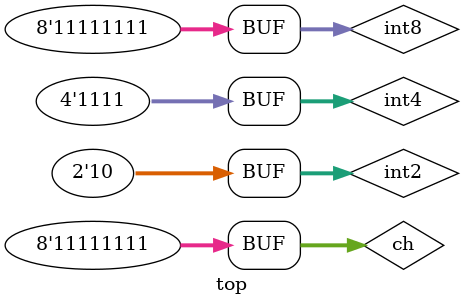
<source format=sv>
module top;

	typedef logic [1:0] uint2_t;
	typedef logic signed [3:0] int4_t;
	typedef logic signed [7:0] int8_t;
	typedef int8_t char_t;

	(* keep *) uint2_t int2 = 2'b10;
	(* keep *) int4_t int4 = -1;
	(* keep *) int8_t int8 = int4;
	(* keep *) char_t ch = int8;


	always @* assert(int2 == 2'b10);
	always @* assert(int4 == 4'b1111);
	always @* assert(int8 == 8'b11111111);
	always @* assert(ch   == 8'b11111111);

endmodule

</source>
